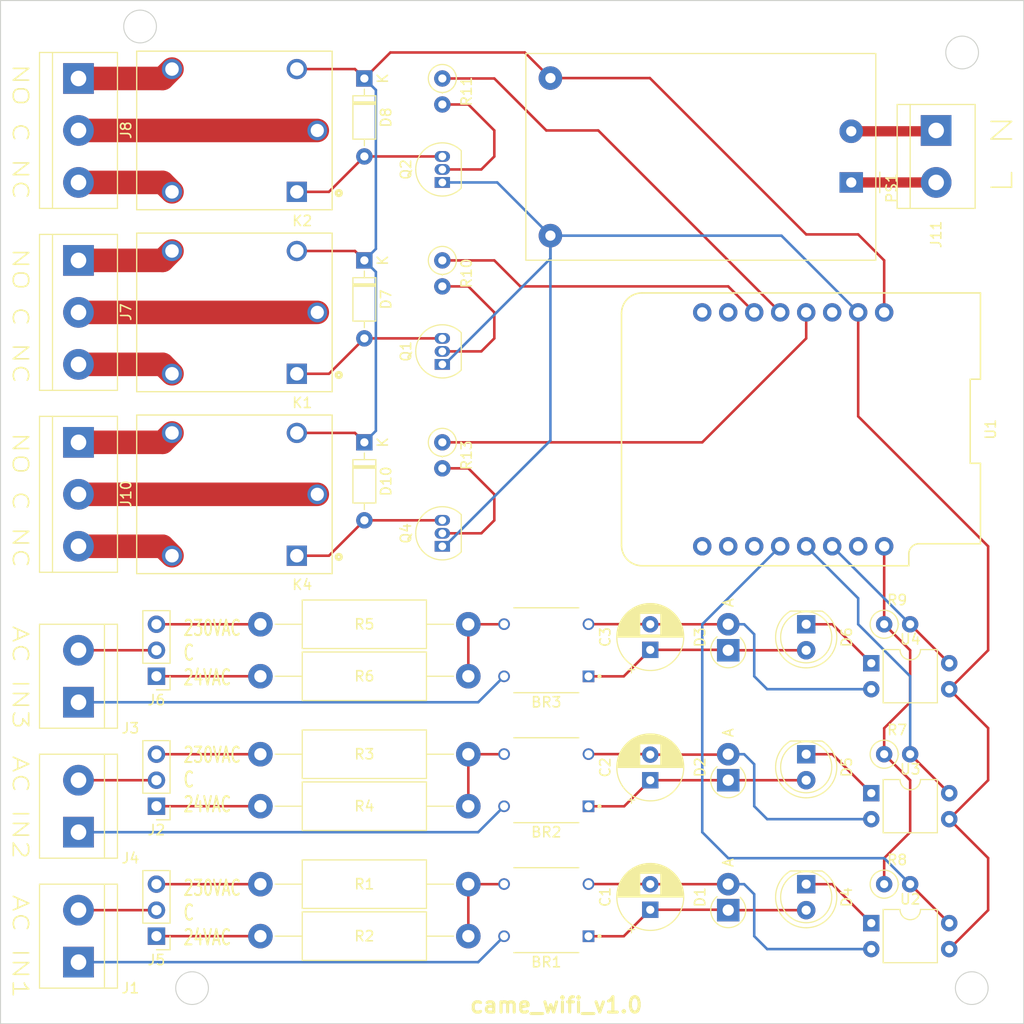
<source format=kicad_pcb>
(kicad_pcb (version 20221018) (generator pcbnew)
  (layers (0 "F.Cu" signal) (31 "B.Cu" signal) (34 "B.Paste" user) (35 "F.Paste" user) (36 "B.SilkS" user "B.Silkscreen") (37 "F.SilkS" user "F.Silkscreen") (38 "B.Mask" user) (39 "F.Mask" user) (44 "Edge.Cuts" user))
  (net 0 "")
  (net 1 "Net-(D1-K)")
  (net 2 "Net-(D1-A)")
  (net 3 "Net-(BR1-Pad3)")
  (net 4 "Net-(J1-Pin_1)")
  (net 5 "Net-(D2-K)")
  (net 6 "Net-(D2-A)")
  (net 7 "Net-(BR2-Pad3)")
  (net 8 "Net-(J4-Pin_1)")
  (net 9 "Net-(D3-K)")
  (net 10 "Net-(D3-A)")
  (net 11 "Net-(BR3-Pad3)")
  (net 12 "Net-(J3-Pin_1)")
  (net 13 "Net-(D4-K)")
  (net 14 "Net-(D6-K)")
  (net 15 "Net-(J1-Pin_2)")
  (net 16 "Net-(J2-Pin_1)")
  (net 17 "Net-(J2-Pin_2)")
  (net 18 "Net-(J2-Pin_3)")
  (net 19 "Net-(J3-Pin_2)")
  (net 20 "Net-(J5-Pin_1)")
  (net 21 "Net-(J5-Pin_3)")
  (net 22 "Net-(J6-Pin_1)")
  (net 23 "Net-(J6-Pin_3)")
  (net 24 "+3.3V")
  (net 25 "+5V")
  (net 26 "Net-(D7-A)")
  (net 27 "GND")
  (net 28 "Net-(D8-A)")
  (net 31 "D3")
  (net 32 "Net-(D10-A)")
  (net 33 "D2")
  (net 35 "D1")
  (net 40 "Net-(D5-K)")
  (net 41 "Net-(J11-Pin_2)")
  (net 42 "Net-(J11-Pin_1)")
  (net 43 "Net-(Q1-B)")
  (net 44 "Net-(Q2-B)")
  (net 45 "Net-(Q4-B)")
  (net 46 "R1")
  (net 47 "R2")
  (net 48 "R3")
  (net 49 "Net-(J7-Pin_1)")
  (net 50 "Net-(J7-Pin_2)")
  (net 51 "Net-(J7-Pin_3)")
  (net 52 "Net-(J8-Pin_1)")
  (net 53 "Net-(J8-Pin_2)")
  (net 54 "Net-(J8-Pin_3)")
  (net 55 "Net-(J10-Pin_1)")
  (net 56 "Net-(J10-Pin_2)")
  (net 57 "Net-(J10-Pin_3)")
  (footprint "Converter_ACDC:Converter_ACDC_HiLink_HLK-PMxx" (layer "F.Cu") (at 111.0825 45.72 180)
    (fp_text reference "PS1" (at -3.94 -0.55 90) (layer "F.SilkS"))
    (fp_text value "HLK-PM01")
    (pad "1" thru_hole rect (at 0 0 180) (size 2.3 2) (drill 1) (layers "*.Cu" "*.Mask") (net 41 "Net-(J11-Pin_2)"))
    (pad "2" thru_hole circle (at 0 5 180) (size 2.3 2.3) (drill 1) (layers "*.Cu" "*.Mask") (net 42 "Net-(J11-Pin_1)"))
    (pad "3" thru_hole circle (at 29.4 -5.2 180) (size 2.3 2.3) (drill 1) (layers "*.Cu" "*.Mask") (net 27 "GND"))
    (pad "4" thru_hole circle (at 29.4 10.2 180) (size 2.3 2.3) (drill 1) (layers "*.Cu" "*.Mask") (net 25 "+5V"))
  )
  (footprint "DB107:DIP825W50P509L880H320Q4" (layer "F.Cu") (at 81.28 116.84 180)
    (fp_text reference "BR1" (at 0 -5.08) (layer "F.SilkS"))
    (fp_text value "DB107")
    (pad "1" thru_hole rect (at -4.125 -2.55 180) (size 1.14 1.14) (drill 0.79) (layers "*.Cu" "*.Mask") (net 1 "Net-(D1-K)"))
    (pad "2" thru_hole circle (at -4.125 2.55 180) (size 1.14 1.14) (drill 0.79) (layers "*.Cu" "*.Mask") (net 2 "Net-(D1-A)"))
    (pad "3" thru_hole circle (at 4.125 2.55 180) (size 1.14 1.14) (drill 0.79) (layers "*.Cu" "*.Mask") (net 3 "Net-(BR1-Pad3)"))
    (pad "4" thru_hole circle (at 4.125 -2.55 180) (size 1.14 1.14) (drill 0.79) (layers "*.Cu" "*.Mask") (net 4 "Net-(J1-Pin_1)"))
  )
  (footprint "Resistor_THT:R_Axial_DIN0207_L6.3mm_D2.5mm_P2.54mm_Vertical" (layer "F.Cu") (at 71.12 53.34 -90)
    (fp_text reference "R10" (at 1.27 -2.37 90) (layer "F.SilkS"))
    (fp_text value "460")
    (pad "1" thru_hole circle (at 0 0 270) (size 1.6 1.6) (drill 0.8) (layers "*.Cu" "*.Mask") (net 46 "R1"))
    (pad "2" thru_hole oval (at 2.54 0 270) (size 1.6 1.6) (drill 0.8) (layers "*.Cu" "*.Mask") (net 43 "Net-(Q1-B)"))
  )
  (footprint "Resistor_THT:R_Axial_DIN0414_L11.9mm_D4.5mm_P20.32mm_Horizontal" (layer "F.Cu") (at 53.34 88.9)
    (fp_text reference "R5" (at 10.16 0) (layer "F.SilkS"))
    (fp_text value "150K")
    (pad "1" thru_hole circle (at 0 0) (size 2.4 2.4) (drill 1.2) (layers "*.Cu" "*.Mask") (net 23 "Net-(J6-Pin_3)"))
    (pad "2" thru_hole oval (at 20.32 0) (size 2.4 2.4) (drill 1.2) (layers "*.Cu" "*.Mask") (net 11 "Net-(BR3-Pad3)"))
  )
  (footprint "Diode_THT:D_DO-41_SOD81_P2.54mm_Vertical_AnodeUp" (layer "F.Cu") (at 99.06 91.44 90)
    (fp_text reference "D3" (at 1.27 -2.750635 90) (layer "F.SilkS"))
    (fp_text value "D_Zener")
    (fp_text user "A" (at 4.64 0 90) (layer "F.SilkS"))
    (pad "1" thru_hole rect (at 0 0 90) (size 2.2 2.2) (drill 1.1) (layers "*.Cu" "*.Mask") (net 9 "Net-(D3-K)"))
    (pad "2" thru_hole oval (at 2.54 0 90) (size 2.2 2.2) (drill 1.1) (layers "*.Cu" "*.Mask") (net 10 "Net-(D3-A)"))
  )
  (footprint "TerminalBlock:TerminalBlock_bornier-3_P5.08mm" (layer "F.Cu") (at 35.56 35.56 -90)
    (fp_text reference "J8" (at 5.05 -4.65 90) (layer "F.SilkS"))
    (fp_text value "Conn_01x03")
    (pad "1" thru_hole rect (at 0 0 270) (size 3 3) (drill 1.52) (layers "*.Cu" "*.Mask") (net 52 "Net-(J8-Pin_1)"))
    (pad "2" thru_hole circle (at 5.08 0 270) (size 3 3) (drill 1.52) (layers "*.Cu" "*.Mask") (net 53 "Net-(J8-Pin_2)"))
    (pad "3" thru_hole circle (at 10.16 0 270) (size 3 3) (drill 1.52) (layers "*.Cu" "*.Mask") (net 54 "Net-(J8-Pin_3)"))
  )
  (footprint "Resistor_THT:R_Axial_DIN0207_L6.3mm_D2.5mm_P2.54mm_Vertical" (layer "F.Cu") (at 114.3 88.9)
    (fp_text reference "R9" (at 1.27 -2.37) (layer "F.SilkS"))
    (fp_text value "4.7K")
    (pad "1" thru_hole circle (at 0 0) (size 1.6 1.6) (drill 0.8) (layers "*.Cu" "*.Mask") (net 24 "+3.3V"))
    (pad "2" thru_hole oval (at 2.54 0) (size 1.6 1.6) (drill 0.8) (layers "*.Cu" "*.Mask") (net 31 "D3"))
  )
  (footprint "Diode_THT:D_DO-41_SOD81_P2.54mm_Vertical_AnodeUp" (layer "F.Cu") (at 99.06 104.14 90)
    (fp_text reference "D2" (at 1.27 -2.750635 90) (layer "F.SilkS"))
    (fp_text value "D_Zener")
    (fp_text user "A" (at 4.64 0 90) (layer "F.SilkS"))
    (pad "1" thru_hole rect (at 0 0 90) (size 2.2 2.2) (drill 1.1) (layers "*.Cu" "*.Mask") (net 5 "Net-(D2-K)"))
    (pad "2" thru_hole oval (at 2.54 0 90) (size 2.2 2.2) (drill 1.1) (layers "*.Cu" "*.Mask") (net 6 "Net-(D2-A)"))
  )
  (footprint "DB107:DIP825W50P509L880H320Q4" (layer "F.Cu") (at 81.28 104.14 180)
    (fp_text reference "BR2" (at 0 -5.08) (layer "F.SilkS"))
    (fp_text value "DB107")
    (pad "1" thru_hole rect (at -4.125 -2.55 180) (size 1.14 1.14) (drill 0.79) (layers "*.Cu" "*.Mask") (net 5 "Net-(D2-K)"))
    (pad "2" thru_hole circle (at -4.125 2.55 180) (size 1.14 1.14) (drill 0.79) (layers "*.Cu" "*.Mask") (net 6 "Net-(D2-A)"))
    (pad "3" thru_hole circle (at 4.125 2.55 180) (size 1.14 1.14) (drill 0.79) (layers "*.Cu" "*.Mask") (net 7 "Net-(BR2-Pad3)"))
    (pad "4" thru_hole circle (at 4.125 -2.55 180) (size 1.14 1.14) (drill 0.79) (layers "*.Cu" "*.Mask") (net 8 "Net-(J4-Pin_1)"))
  )
  (footprint "Diode_THT:D_DO-41_SOD81_P2.54mm_Vertical_AnodeUp" (layer "F.Cu") (at 99.06 116.84 90)
    (fp_text reference "D1" (at 1.27 -2.750635 90) (layer "F.SilkS"))
    (fp_text value "D_Zener")
    (fp_text user "A" (at 4.64 0 90) (layer "F.SilkS"))
    (pad "1" thru_hole rect (at 0 0 90) (size 2.2 2.2) (drill 1.1) (layers "*.Cu" "*.Mask") (net 1 "Net-(D1-K)"))
    (pad "2" thru_hole oval (at 2.54 0 90) (size 2.2 2.2) (drill 1.1) (layers "*.Cu" "*.Mask") (net 2 "Net-(D1-A)"))
  )
  (footprint "SRD-05VDC-SL-C:RELAY_SRD-05VDC-SL-C" (layer "F.Cu") (at 50.8 76.2 180)
    (fp_text reference "K4" (at -6.62563 -8.83584) (layer "F.SilkS") (effects (font (size 1.000094 1.000094))))
    (fp_text value "SRD-05VDC-SL-C")
    (pad "A1" thru_hole rect (at -6.1 -6 180) (size 1.98 1.98) (drill 1.32) (layers "*.Cu" "*.Mask") (net 32 "Net-(D10-A)"))
    (pad "A2" thru_hole circle (at -6.1 6 180) (size 1.98 1.98) (drill 1.32) (layers "*.Cu" "*.Mask") (net 25 "+5V"))
    (pad "COM" thru_hole circle (at -8.1 0 180) (size 1.935 1.935) (drill 1.29) (layers "*.Cu" "*.Mask") (net 56 "Net-(J10-Pin_2)"))
    (pad "NC" thru_hole circle (at 6.1 -6 180) (size 1.98 1.98) (drill 1.32) (layers "*.Cu" "*.Mask") (net 57 "Net-(J10-Pin_3)"))
    (pad "NO" thru_hole circle (at 6.1 6 180) (size 1.98 1.98) (drill 1.32) (layers "*.Cu" "*.Mask") (net 55 "Net-(J10-Pin_1)"))
  )
  (footprint "Diode_THT:D_DO-35_SOD27_P7.62mm_Horizontal" (layer "F.Cu") (at 63.5 35.56 -90)
    (fp_text reference "D8" (at 3.81 -2.12 90) (layer "F.SilkS"))
    (fp_text value "1N4148")
    (fp_text user "K" (at 0 -1.8 90) (layer "F.SilkS"))
    (pad "1" thru_hole rect (at 0 0 270) (size 1.6 1.6) (drill 0.8) (layers "*.Cu" "*.Mask") (net 25 "+5V"))
    (pad "2" thru_hole oval (at 7.62 0 270) (size 1.6 1.6) (drill 0.8) (layers "*.Cu" "*.Mask") (net 28 "Net-(D8-A)"))
  )
  (footprint "Diode_THT:D_DO-35_SOD27_P7.62mm_Horizontal" (layer "F.Cu") (at 63.5 71.12 -90)
    (fp_text reference "D10" (at 3.81 -2.12 90) (layer "F.SilkS"))
    (fp_text value "1N4148")
    (fp_text user "K" (at 0 -1.8 90) (layer "F.SilkS"))
    (pad "1" thru_hole rect (at 0 0 270) (size 1.6 1.6) (drill 0.8) (layers "*.Cu" "*.Mask") (net 25 "+5V"))
    (pad "2" thru_hole oval (at 7.62 0 270) (size 1.6 1.6) (drill 0.8) (layers "*.Cu" "*.Mask") (net 32 "Net-(D10-A)"))
  )
  (footprint "Resistor_THT:R_Axial_DIN0414_L11.9mm_D4.5mm_P20.32mm_Horizontal" (layer "F.Cu") (at 53.34 93.98)
    (fp_text reference "R6" (at 10.16 0) (layer "F.SilkS"))
    (fp_text value "18K")
    (pad "1" thru_hole circle (at 0 0) (size 2.4 2.4) (drill 1.2) (layers "*.Cu" "*.Mask") (net 22 "Net-(J6-Pin_1)"))
    (pad "2" thru_hole oval (at 20.32 0) (size 2.4 2.4) (drill 1.2) (layers "*.Cu" "*.Mask") (net 11 "Net-(BR3-Pad3)"))
  )
  (footprint "Resistor_THT:R_Axial_DIN0207_L6.3mm_D2.5mm_P2.54mm_Vertical" (layer "F.Cu") (at 71.12 35.56 -90)
    (fp_text reference "R11" (at 1.27 -2.37 90) (layer "F.SilkS"))
    (fp_text value "460")
    (pad "1" thru_hole circle (at 0 0 270) (size 1.6 1.6) (drill 0.8) (layers "*.Cu" "*.Mask") (net 47 "R2"))
    (pad "2" thru_hole oval (at 2.54 0 270) (size 1.6 1.6) (drill 0.8) (layers "*.Cu" "*.Mask") (net 44 "Net-(Q2-B)"))
  )
  (footprint "TerminalBlock:TerminalBlock_bornier-3_P5.08mm" (layer "F.Cu") (at 35.56 71.12 -90)
    (fp_text reference "J10" (at 5.05 -4.65 90) (layer "F.SilkS"))
    (fp_text value "Conn_01x03")
    (pad "1" thru_hole rect (at 0 0 270) (size 3 3) (drill 1.52) (layers "*.Cu" "*.Mask") (net 55 "Net-(J10-Pin_1)"))
    (pad "2" thru_hole circle (at 5.08 0 270) (size 3 3) (drill 1.52) (layers "*.Cu" "*.Mask") (net 56 "Net-(J10-Pin_2)"))
    (pad "3" thru_hole circle (at 10.16 0 270) (size 3 3) (drill 1.52) (layers "*.Cu" "*.Mask") (net 57 "Net-(J10-Pin_3)"))
  )
  (footprint "Resistor_THT:R_Axial_DIN0414_L11.9mm_D4.5mm_P20.32mm_Horizontal" (layer "F.Cu") (at 53.34 114.3)
    (fp_text reference "R1" (at 10.16 0) (layer "F.SilkS"))
    (fp_text value "150K")
    (pad "1" thru_hole circle (at 0 0) (size 2.4 2.4) (drill 1.2) (layers "*.Cu" "*.Mask") (net 21 "Net-(J5-Pin_3)"))
    (pad "2" thru_hole oval (at 20.32 0) (size 2.4 2.4) (drill 1.2) (layers "*.Cu" "*.Mask") (net 3 "Net-(BR1-Pad3)"))
  )
  (footprint "Resistor_THT:R_Axial_DIN0414_L11.9mm_D4.5mm_P20.32mm_Horizontal" (layer "F.Cu") (at 53.34 106.68)
    (fp_text reference "R4" (at 10.16 0) (layer "F.SilkS"))
    (fp_text value "18K")
    (pad "1" thru_hole circle (at 0 0) (size 2.4 2.4) (drill 1.2) (layers "*.Cu" "*.Mask") (net 16 "Net-(J2-Pin_1)"))
    (pad "2" thru_hole oval (at 20.32 0) (size 2.4 2.4) (drill 1.2) (layers "*.Cu" "*.Mask") (net 7 "Net-(BR2-Pad3)"))
  )
  (footprint "Resistor_THT:R_Axial_DIN0414_L11.9mm_D4.5mm_P20.32mm_Horizontal" (layer "F.Cu") (at 53.34 101.6)
    (fp_text reference "R3" (at 10.16 0) (layer "F.SilkS"))
    (fp_text value "150K")
    (pad "1" thru_hole circle (at 0 0) (size 2.4 2.4) (drill 1.2) (layers "*.Cu" "*.Mask") (net 18 "Net-(J2-Pin_3)"))
    (pad "2" thru_hole oval (at 20.32 0) (size 2.4 2.4) (drill 1.2) (layers "*.Cu" "*.Mask") (net 7 "Net-(BR2-Pad3)"))
  )
  (footprint "TerminalBlock:TerminalBlock_bornier-2_P5.08mm" (layer "F.Cu") (at 35.56 109.22 90)
    (fp_text reference "J4" (at -2.54 5.08 180) (layer "F.SilkS"))
    (fp_text value "Conn_01x02")
    (pad "1" thru_hole rect (at 0 0 90) (size 3 3) (drill 1.52) (layers "*.Cu" "*.Mask") (net 8 "Net-(J4-Pin_1)"))
    (pad "2" thru_hole circle (at 5.08 0 90) (size 3 3) (drill 1.52) (layers "*.Cu" "*.Mask") (net 17 "Net-(J2-Pin_2)"))
  )
  (footprint "Resistor_THT:R_Axial_DIN0207_L6.3mm_D2.5mm_P2.54mm_Vertical" (layer "F.Cu") (at 114.3 101.6)
    (fp_text reference "R7" (at 1.27 -2.37) (layer "F.SilkS"))
    (fp_text value "4.7K")
    (pad "1" thru_hole circle (at 0 0) (size 1.6 1.6) (drill 0.8) (layers "*.Cu" "*.Mask") (net 24 "+3.3V"))
    (pad "2" thru_hole oval (at 2.54 0) (size 1.6 1.6) (drill 0.8) (layers "*.Cu" "*.Mask") (net 33 "D2"))
  )
  (footprint "Capacitor_THT:CP_Radial_D6.3mm_P2.50mm" (layer "F.Cu") (at 91.44 91.4 90)
    (fp_text reference "C3" (at 1.25 -4.4 90) (layer "F.SilkS"))
    (fp_text value "100 uf 25V")
    (pad "1" thru_hole rect (at 0 0 90) (size 1.6 1.6) (drill 0.8) (layers "*.Cu" "*.Mask") (net 9 "Net-(D3-K)"))
    (pad "2" thru_hole circle (at 2.5 0 90) (size 1.6 1.6) (drill 0.8) (layers "*.Cu" "*.Mask") (net 10 "Net-(D3-A)"))
  )
  (footprint "Package_TO_SOT_THT:TO-92_Inline" (layer "F.Cu") (at 71.12 63.5 90)
    (fp_text reference "Q1" (at 1.27 -3.56 90) (layer "F.SilkS"))
    (fp_text value "2N3904")
    (pad "1" thru_hole rect (at 0 0 90) (size 1.05 1.5) (drill 0.75) (layers "*.Cu" "*.Mask") (net 27 "GND"))
    (pad "2" thru_hole oval (at 1.27 0 90) (size 1.05 1.5) (drill 0.75) (layers "*.Cu" "*.Mask") (net 43 "Net-(Q1-B)"))
    (pad "3" thru_hole oval (at 2.54 0 90) (size 1.05 1.5) (drill 0.75) (layers "*.Cu" "*.Mask") (net 26 "Net-(D7-A)"))
  )
  (footprint "LED_THT:LED_D5.0mm" (layer "F.Cu") (at 106.68 114.3 -90)
    (fp_text reference "D4" (at 1.27 -3.96 90) (layer "F.SilkS"))
    (fp_text value "LED")
    (pad "1" thru_hole rect (at 0 0 270) (size 1.8 1.8) (drill 0.9) (layers "*.Cu" "*.Mask") (net 13 "Net-(D4-K)"))
    (pad "2" thru_hole circle (at 2.54 0 270) (size 1.8 1.8) (drill 0.9) (layers "*.Cu" "*.Mask") (net 1 "Net-(D1-K)"))
  )
  (footprint "Resistor_THT:R_Axial_DIN0207_L6.3mm_D2.5mm_P2.54mm_Vertical" (layer "F.Cu") (at 114.3 114.3)
    (fp_text reference "R8" (at 1.27 -2.37) (layer "F.SilkS"))
    (fp_text value "4.7K")
    (pad "1" thru_hole circle (at 0 0) (size 1.6 1.6) (drill 0.8) (layers "*.Cu" "*.Mask") (net 24 "+3.3V"))
    (pad "2" thru_hole oval (at 2.54 0) (size 1.6 1.6) (drill 0.8) (layers "*.Cu" "*.Mask") (net 35 "D1"))
  )
  (footprint "TerminalBlock:TerminalBlock_bornier-3_P5.08mm" (layer "F.Cu") (at 35.56 53.34 -90)
    (fp_text reference "J7" (at 5.05 -4.65 90) (layer "F.SilkS"))
    (fp_text value "Conn_01x03")
    (pad "1" thru_hole rect (at 0 0 270) (size 3 3) (drill 1.52) (layers "*.Cu" "*.Mask") (net 49 "Net-(J7-Pin_1)"))
    (pad "2" thru_hole circle (at 5.08 0 270) (size 3 3) (drill 1.52) (layers "*.Cu" "*.Mask") (net 50 "Net-(J7-Pin_2)"))
    (pad "3" thru_hole circle (at 10.16 0 270) (size 3 3) (drill 1.52) (layers "*.Cu" "*.Mask") (net 51 "Net-(J7-Pin_3)"))
  )
  (footprint "Package_DIP:DIP-4_W7.62mm" (layer "F.Cu") (at 113.04 92.705)
    (fp_text reference "U4" (at 3.81 -2.33) (layer "F.SilkS"))
    (fp_text value "PC817")
    (pad "1" thru_hole rect (at 0 0) (size 1.6 1.6) (drill 0.8) (layers "*.Cu" "*.Mask") (net 14 "Net-(D6-K)"))
    (pad "2" thru_hole oval (at 0 2.54) (size 1.6 1.6) (drill 0.8) (layers "*.Cu" "*.Mask") (net 10 "Net-(D3-A)"))
    (pad "3" thru_hole oval (at 7.62 2.54) (size 1.6 1.6) (drill 0.8) (layers "*.Cu" "*.Mask") (net 27 "GND"))
    (pad "4" thru_hole oval (at 7.62 0) (size 1.6 1.6) (drill 0.8) (layers "*.Cu" "*.Mask") (net 31 "D3"))
  )
  (footprint "SRD-05VDC-SL-C:RELAY_SRD-05VDC-SL-C" (layer "F.Cu") (at 50.8 40.64 180)
    (fp_text reference "K2" (at -6.62563 -8.83584) (layer "F.SilkS") (effects (font (size 1.000094 1.000094))))
    (fp_text value "SRD-05VDC-SL-C")
    (pad "A1" thru_hole rect (at -6.1 -6 180) (size 1.98 1.98) (drill 1.32) (layers "*.Cu" "*.Mask") (net 28 "Net-(D8-A)"))
    (pad "A2" thru_hole circle (at -6.1 6 180) (size 1.98 1.98) (drill 1.32) (layers "*.Cu" "*.Mask") (net 25 "+5V"))
    (pad "COM" thru_hole circle (at -8.1 0 180) (size 1.935 1.935) (drill 1.29) (layers "*.Cu" "*.Mask") (net 53 "Net-(J8-Pin_2)"))
    (pad "NC" thru_hole circle (at 6.1 -6 180) (size 1.98 1.98) (drill 1.32) (layers "*.Cu" "*.Mask") (net 54 "Net-(J8-Pin_3)"))
    (pad "NO" thru_hole circle (at 6.1 6 180) (size 1.98 1.98) (drill 1.32) (layers "*.Cu" "*.Mask") (net 52 "Net-(J8-Pin_1)"))
  )
  (footprint "LED_THT:LED_D5.0mm" (layer "F.Cu") (at 106.68 101.6 -90)
    (fp_text reference "D5" (at 1.27 -3.96 90) (layer "F.SilkS"))
    (fp_text value "LED")
    (pad "1" thru_hole rect (at 0 0 270) (size 1.8 1.8) (drill 0.9) (layers "*.Cu" "*.Mask") (net 40 "Net-(D5-K)"))
    (pad "2" thru_hole circle (at 2.54 0 270) (size 1.8 1.8) (drill 0.9) (layers "*.Cu" "*.Mask") (net 5 "Net-(D2-K)"))
  )
  (footprint "Capacitor_THT:CP_Radial_D6.3mm_P2.50mm" (layer "F.Cu") (at 91.44 104.14 90)
    (fp_text reference "C2" (at 1.25 -4.4 90) (layer "F.SilkS"))
    (fp_text value "100uf 25V")
    (pad "1" thru_hole rect (at 0 0 90) (size 1.6 1.6) (drill 0.8) (layers "*.Cu" "*.Mask") (net 5 "Net-(D2-K)"))
    (pad "2" thru_hole circle (at 2.5 0 90) (size 1.6 1.6) (drill 0.8) (layers "*.Cu" "*.Mask") (net 6 "Net-(D2-A)"))
  )
  (footprint "Resistor_THT:R_Axial_DIN0207_L6.3mm_D2.5mm_P2.54mm_Vertical" (layer "F.Cu") (at 71.12 71.12 -90)
    (fp_text reference "R13" (at 1.27 -2.37 90) (layer "F.SilkS"))
    (fp_text value "460")
    (pad "1" thru_hole circle (at 0 0 270) (size 1.6 1.6) (drill 0.8) (layers "*.Cu" "*.Mask") (net 48 "R3"))
    (pad "2" thru_hole oval (at 2.54 0 270) (size 1.6 1.6) (drill 0.8) (layers "*.Cu" "*.Mask") (net 45 "Net-(Q4-B)"))
  )
  (footprint "Capacitor_THT:CP_Radial_D6.3mm_P2.50mm" (layer "F.Cu") (at 91.44 116.8 90)
    (fp_text reference "C1" (at 1.25 -4.4 90) (layer "F.SilkS"))
    (fp_text value "100uf 25V")
    (pad "1" thru_hole rect (at 0 0 90) (size 1.6 1.6) (drill 0.8) (layers "*.Cu" "*.Mask") (net 1 "Net-(D1-K)"))
    (pad "2" thru_hole circle (at 2.5 0 90) (size 1.6 1.6) (drill 0.8) (layers "*.Cu" "*.Mask") (net 2 "Net-(D1-A)"))
  )
  (footprint "Package_DIP:DIP-4_W7.62mm" (layer "F.Cu") (at 113.04 105.405)
    (fp_text reference "U3" (at 3.81 -2.33) (layer "F.SilkS"))
    (fp_text value "PC817")
    (pad "1" thru_hole rect (at 0 0) (size 1.6 1.6) (drill 0.8) (layers "*.Cu" "*.Mask") (net 40 "Net-(D5-K)"))
    (pad "2" thru_hole oval (at 0 2.54) (size 1.6 1.6) (drill 0.8) (layers "*.Cu" "*.Mask") (net 6 "Net-(D2-A)"))
    (pad "3" thru_hole oval (at 7.62 2.54) (size 1.6 1.6) (drill 0.8) (layers "*.Cu" "*.Mask") (net 27 "GND"))
    (pad "4" thru_hole oval (at 7.62 0) (size 1.6 1.6) (drill 0.8) (layers "*.Cu" "*.Mask") (net 33 "D2"))
  )
  (footprint "D1_MINI:wemos-d1-mini-connectors-only" (layer "F.Cu") (at 105.41 69.85 180)
    (fp_text reference "U1" (at -19.3 0 90) (layer "F.SilkS"))
    (fp_text value "WeMos_D1_mini")
    (pad "1" thru_hole circle (at 8.89 -11.43 180) (size 1.8 1.8) (drill 1.016) (layers "*.Cu" "*.Mask"))
    (pad "2" thru_hole circle (at 6.35 -11.43 180) (size 1.8 1.8) (drill 1.016) (layers "*.Cu" "*.Mask"))
    (pad "3" thru_hole circle (at 3.81 -11.43 180) (size 1.8 1.8) (drill 1.016) (layers "*.Cu" "*.Mask"))
    (pad "4" thru_hole circle (at 1.27 -11.43 180) (size 1.8 1.8) (drill 1.016) (layers "*.Cu" "*.Mask") (net 35 "D1"))
    (pad "5" thru_hole circle (at -1.27 -11.43 180) (size 1.8 1.8) (drill 1.016) (layers "*.Cu" "*.Mask") (net 33 "D2"))
    (pad "6" thru_hole circle (at -3.81 -11.43 180) (size 1.8 1.8) (drill 1.016) (layers "*.Cu" "*.Mask") (net 31 "D3"))
    (pad "7" thru_hole circle (at -6.35 -11.43 180) (size 1.8 1.8) (drill 1.016) (layers "*.Cu" "*.Mask"))
    (pad "8" thru_hole circle (at -8.89 -11.43 180) (size 1.8 1.8) (drill 1.016) (layers "*.Cu" "*.Mask") (net 24 "+3.3V"))
    (pad "9" thru_hole circle (at -8.89 11.43 180) (size 1.8 1.8) (drill 1.016) (layers "*.Cu" "*.Mask") (net 25 "+5V"))
    (pad "10" thru_hole circle (at -6.35 11.43 180) (size 1.8 1.8) (drill 1.016) (layers "*.Cu" "*.Mask") (net 27 "GND"))
    (pad "11" thru_hole circle (at -3.81 11.43 180) (size 1.8 1.8) (drill 1.016) (layers "*.Cu" "*.Mask"))
    (pad "12" thru_hole circle (at -1.27 11.43 180) (size 1.8 1.8) (drill 1.016) (layers "*.Cu" "*.Mask") (net 48 "R3"))
    (pad "13" thru_hole circle (at 1.27 11.43 180) (size 1.8 1.8) (drill 1.016) (layers "*.Cu" "*.Mask") (net 47 "R2"))
    (pad "14" thru_hole circle (at 3.81 11.43 180) (size 1.8 1.8) (drill 1.016) (layers "*.Cu" "*.Mask") (net 46 "R1"))
    (pad "15" thru_hole circle (at 6.35 11.43 180) (size 1.8 1.8) (drill 1.016) (layers "*.Cu" "*.Mask"))
    (pad "16" thru_hole circle (at 8.89 11.43 180) (size 1.8 1.8) (drill 1.016) (layers "*.Cu" "*.Mask"))
  )
  (footprint "TerminalBlock:TerminalBlock_bornier-2_P5.08mm" (layer "F.Cu") (at 35.56 96.52 90)
    (fp_text reference "J3" (at -2.54 5.08 180) (layer "F.SilkS"))
    (fp_text value "Conn_01x02")
    (pad "1" thru_hole rect (at 0 0 90) (size 3 3) (drill 1.52) (layers "*.Cu" "*.Mask") (net 12 "Net-(J3-Pin_1)"))
    (pad "2" thru_hole circle (at 5.08 0 90) (size 3 3) (drill 1.52) (layers "*.Cu" "*.Mask") (net 19 "Net-(J3-Pin_2)"))
  )
  (footprint "SRD-05VDC-SL-C:RELAY_SRD-05VDC-SL-C" (layer "F.Cu") (at 50.8 58.42 180)
    (fp_text reference "K1" (at -6.62563 -8.83584) (layer "F.SilkS") (effects (font (size 1.000094 1.000094))))
    (fp_text value "SRD-05VDC-SL-C")
    (pad "A1" thru_hole rect (at -6.1 -6 180) (size 1.98 1.98) (drill 1.32) (layers "*.Cu" "*.Mask") (net 26 "Net-(D7-A)"))
    (pad "A2" thru_hole circle (at -6.1 6 180) (size 1.98 1.98) (drill 1.32) (layers "*.Cu" "*.Mask") (net 25 "+5V"))
    (pad "COM" thru_hole circle (at -8.1 0 180) (size 1.935 1.935) (drill 1.29) (layers "*.Cu" "*.Mask") (net 50 "Net-(J7-Pin_2)"))
    (pad "NC" thru_hole circle (at 6.1 -6 180) (size 1.98 1.98) (drill 1.32) (layers "*.Cu" "*.Mask") (net 51 "Net-(J7-Pin_3)"))
    (pad "NO" thru_hole circle (at 6.1 6 180) (size 1.98 1.98) (drill 1.32) (layers "*.Cu" "*.Mask") (net 49 "Net-(J7-Pin_1)"))
  )
  (footprint "Package_TO_SOT_THT:TO-92_Inline" (layer "F.Cu") (at 71.12 81.28 90)
    (fp_text reference "Q4" (at 1.27 -3.56 90) (layer "F.SilkS"))
    (fp_text value "2N3904")
    (pad "1" thru_hole rect (at 0 0 90) (size 1.05 1.5) (drill 0.75) (layers "*.Cu" "*.Mask") (net 27 "GND"))
    (pad "2" thru_hole oval (at 1.27 0 90) (size 1.05 1.5) (drill 0.75) (layers "*.Cu" "*.Mask") (net 45 "Net-(Q4-B)"))
    (pad "3" thru_hole oval (at 2.54 0 90) (size 1.05 1.5) (drill 0.75) (layers "*.Cu" "*.Mask") (net 32 "Net-(D10-A)"))
  )
  (footprint "LED_THT:LED_D5.0mm" (layer "F.Cu") (at 106.68 88.9 -90)
    (fp_text reference "D6" (at 1.27 -3.96 90) (layer "F.SilkS"))
    (fp_text value "LED")
    (pad "1" thru_hole rect (at 0 0 270) (size 1.8 1.8) (drill 0.9) (layers "*.Cu" "*.Mask") (net 14 "Net-(D6-K)"))
    (pad "2" thru_hole circle (at 2.54 0 270) (size 1.8 1.8) (drill 0.9) (layers "*.Cu" "*.Mask") (net 9 "Net-(D3-K)"))
  )
  (footprint "Connector_PinHeader_2.54mm:PinHeader_1x03_P2.54mm_Vertical" (layer "F.Cu") (at 43.18 119.38 180)
    (fp_text reference "J5" (at 0 -2.33) (layer "F.SilkS"))
    (fp_text value "Conn_01x03")
    (pad "1" thru_hole rect (at 0 0 180) (size 1.7 1.7) (drill 1) (layers "*.Cu" "*.Mask") (net 20 "Net-(J5-Pin_1)"))
    (pad "2" thru_hole oval (at 0 2.54 180) (size 1.7 1.7) (drill 1) (layers "*.Cu" "*.Mask") (net 15 "Net-(J1-Pin_2)"))
    (pad "3" thru_hole oval (at 0 5.08 180) (size 1.7 1.7) (drill 1) (layers "*.Cu" "*.Mask") (net 21 "Net-(J5-Pin_3)"))
  )
  (footprint "Resistor_THT:R_Axial_DIN0414_L11.9mm_D4.5mm_P20.32mm_Horizontal" (layer "F.Cu") (at 53.34 119.38)
    (fp_text reference "R2" (at 10.16 0) (layer "F.SilkS"))
    (fp_text value "18K")
    (pad "1" thru_hole circle (at 0 0) (size 2.4 2.4) (drill 1.2) (layers "*.Cu" "*.Mask") (net 20 "Net-(J5-Pin_1)"))
    (pad "2" thru_hole oval (at 20.32 0) (size 2.4 2.4) (drill 1.2) (layers "*.Cu" "*.Mask") (net 3 "Net-(BR1-Pad3)"))
  )
  (footprint "TerminalBlock:TerminalBlock_bornier-2_P5.08mm" (layer "F.Cu") (at 35.56 121.92 90)
    (fp_text reference "J1" (at -2.54 5.08 180) (layer "F.SilkS"))
    (fp_text value "Conn_01x02")
    (pad "1" thru_hole rect (at 0 0 90) (size 3 3) (drill 1.52) (layers "*.Cu" "*.Mask") (net 4 "Net-(J1-Pin_1)"))
    (pad "2" thru_hole circle (at 5.08 0 90) (size 3 3) (drill 1.52) (layers "*.Cu" "*.Mask") (net 15 "Net-(J1-Pin_2)"))
  )
  (footprint "Diode_THT:D_DO-35_SOD27_P7.62mm_Horizontal" (layer "F.Cu") (at 63.5 53.34 -90)
    (fp_text reference "D7" (at 3.81 -2.12 90) (layer "F.SilkS"))
    (fp_text value "1N4148")
    (fp_text user "K" (at 0 -1.8 90) (layer "F.SilkS"))
    (pad "1" thru_hole rect (at 0 0 270) (size 1.6 1.6) (drill 0.8) (layers "*.Cu" "*.Mask") (net 25 "+5V"))
    (pad "2" thru_hole oval (at 7.62 0 270) (size 1.6 1.6) (drill 0.8) (layers "*.Cu" "*.Mask") (net 26 "Net-(D7-A)"))
  )
  (footprint "Connector_PinHeader_2.54mm:PinHeader_1x03_P2.54mm_Vertical" (layer "F.Cu") (at 43.18 93.98 180)
    (fp_text reference "J6" (at 0 -2.33) (layer "F.SilkS"))
    (fp_text value "Conn_01x03")
    (pad "1" thru_hole rect (at 0 0 180) (size 1.7 1.7) (drill 1) (layers "*.Cu" "*.Mask") (net 22 "Net-(J6-Pin_1)"))
    (pad "2" thru_hole oval (at 0 2.54 180) (size 1.7 1.7) (drill 1) (layers "*.Cu" "*.Mask") (net 19 "Net-(J3-Pin_2)"))
    (pad "3" thru_hole oval (at 0 5.08 180) (size 1.7 1.7) (drill 1) (layers "*.Cu" "*.Mask") (net 23 "Net-(J6-Pin_3)"))
  )
  (footprint "Connector_PinHeader_2.54mm:PinHeader_1x03_P2.54mm_Vertical" (layer "F.Cu") (at 43.18 106.68 180)
    (fp_text reference "J2" (at 0 -2.33) (layer "F.SilkS"))
    (fp_text value "Conn_01x03")
    (pad "1" thru_hole rect (at 0 0 180) (size 1.7 1.7) (drill 1) (layers "*.Cu" "*.Mask") (net 16 "Net-(J2-Pin_1)"))
    (pad "2" thru_hole oval (at 0 2.54 180) (size 1.7 1.7) (drill 1) (layers "*.Cu" "*.Mask") (net 17 "Net-(J2-Pin_2)"))
    (pad "3" thru_hole oval (at 0 5.08 180) (size 1.7 1.7) (drill 1) (layers "*.Cu" "*.Mask") (net 18 "Net-(J2-Pin_3)"))
  )
  (footprint "Package_DIP:DIP-4_W7.62mm" (layer "F.Cu") (at 113.04 118.105)
    (fp_text reference "U2" (at 3.81 -2.33) (layer "F.SilkS"))
    (fp_text value "PC817")
    (pad "1" thru_hole rect (at 0 0) (size 1.6 1.6) (drill 0.8) (layers "*.Cu" "*.Mask") (net 13 "Net-(D4-K)"))
    (pad "2" thru_hole oval (at 0 2.54) (size 1.6 1.6) (drill 0.8) (layers "*.Cu" "*.Mask") (net 2 "Net-(D1-A)"))
    (pad "3" thru_hole oval (at 7.62 2.54) (size 1.6 1.6) (drill 0.8) (layers "*.Cu" "*.Mask") (net 27 "GND"))
    (pad "4" thru_hole oval (at 7.62 0) (size 1.6 1.6) (drill 0.8) (layers "*.Cu" "*.Mask") (net 35 "D1"))
  )
  (footprint "TerminalBlock:TerminalBlock_bornier-2_P5.08mm" (layer "F.Cu") (at 119.38 40.64 -90)
    (fp_text reference "J11" (at 10.16 0 90) (layer "F.SilkS"))
    (fp_text value "Conn_01x02")
    (pad "1" thru_hole rect (at 0 0 270) (size 3 3) (drill 1.52) (layers "*.Cu" "*.Mask") (net 42 "Net-(J11-Pin_1)"))
    (pad "2" thru_hole circle (at 5.08 0 270) (size 3 3) (drill 1.52) (layers "*.Cu" "*.Mask") (net 41 "Net-(J11-Pin_2)"))
  )
  (footprint "Package_TO_SOT_THT:TO-92_Inline" (layer "F.Cu") (at 71.12 45.72 90)
    (fp_text reference "Q2" (at 1.27 -3.56 90) (layer "F.SilkS"))
    (fp_text value "2N3904")
    (pad "1" thru_hole rect (at 0 0 90) (size 1.05 1.5) (drill 0.75) (layers "*.Cu" "*.Mask") (net 27 "GND"))
    (pad "2" thru_hole oval (at 1.27 0 90) (size 1.05 1.5) (drill 0.75) (layers "*.Cu" "*.Mask") (net 44 "Net-(Q2-B)"))
    (pad "3" thru_hole oval (at 2.54 0 90) (size 1.05 1.5) (drill 0.75) (layers "*.Cu" "*.Mask") (net 28 "Net-(D8-A)"))
  )
  (footprint "DB107:DIP825W50P509L880H320Q4" (layer "F.Cu") (at 81.28 91.44 180)
    (fp_text reference "BR3" (at 0 -5.08) (layer "F.SilkS"))
    (fp_text value "DB107")
    (pad "1" thru_hole rect (at -4.125 -2.55 180) (size 1.14 1.14) (drill 0.79) (layers "*.Cu" "*.Mask") (net 9 "Net-(D3-K)"))
    (pad "2" thru_hole circle (at -4.125 2.55 180) (size 1.14 1.14) (drill 0.79) (layers "*.Cu" "*.Mask") (net 10 "Net-(D3-A)"))
    (pad "3" thru_hole circle (at 4.125 2.55 180) (size 1.14 1.14) (drill 0.79) (layers "*.Cu" "*.Mask") (net 11 "Net-(BR3-Pad3)"))
    (pad "4" thru_hole circle (at 4.125 -2.55 180) (size 1.14 1.14) (drill 0.79) (layers "*.Cu" "*.Mask") (net 12 "Net-(J3-Pin_1)"))
  )
  (gr_circle (center 46.66 124.46) (end 48.26 124.46) (stroke (width 0.1)) (fill none) (layer "Edge.Cuts"))
  (gr_circle (center 41.58 30.48) (end 43.18 30.48) (stroke (width 0.1)) (fill none) (layer "Edge.Cuts"))
  (gr_circle (center 122.86 124.46) (end 124.46 124.46) (stroke (width 0.1)) (fill none) (layer "Edge.Cuts"))
  (gr_circle (center 121.92 33.02) (end 123.52 33.02) (stroke (width 0.1)) (fill none) (layer "Edge.Cuts"))
  (gr_rect (start 27.94 27.94) (end 127.94 127.94) (stroke (width 0.1)) (fill none) (layer "Edge.Cuts"))
  (gr_text "NO C NC\n" (at 29 52 270) (layer "F.SilkS") (effects (font (size 1.5 2)) (justify left bottom)))
  (gr_text "AC IN2\n" (at 29 101.6 270) (layer "F.SilkS") (effects (font (size 1.5 2)) (justify left bottom)))
  (gr_text "NO C NC\n" (at 29 70 270) (layer "F.SilkS") (effects (font (size 1.5 2)) (justify left bottom)))
  (gr_text "came_wifi_v1.0" (at 73.66 127) (layer "F.SilkS") (effects (font (size 1.5 1.5) (thickness 0.3) bold) (justify left bottom)))
  (gr_text "AC IN1\n" (at 29 115.2 270) (layer "F.SilkS") (effects (font (size 1.5 2)) (justify left bottom)))
  (gr_text "AC IN3\n" (at 29 88.9 270) (layer "F.SilkS") (effects (font (size 1.5 2)) (justify left bottom)))
  (gr_text "230VAC\nC\n24VAC" (at 45.72 120.38) (layer "F.SilkS") (effects (font (size 1.5 1) (thickness 0.1875)) (justify left bottom)))
  (gr_text "NO C NC\n" (at 29 34 270) (layer "F.SilkS") (effects (font (size 1.5 2)) (justify left bottom)))
  (gr_text "230VAC\nC\n24VAC" (at 45.72 107.38) (layer "F.SilkS") (effects (font (size 1.5 1) (thickness 0.1875)) (justify left bottom)))
  (gr_text "L N" (at 127 47 90) (layer "F.SilkS") (effects (font (size 2 3)) (justify left bottom)))
  (gr_text "230VAC\nC\n24VAC" (at 45.72 94.98) (layer "F.SilkS") (effects (font (size 1.5 1) (thickness 0.1875)) (justify left bottom)))
  (segment (start 99.06 116.84) (end 106.68 116.84) (width 0.25) (layer "F.Cu") (net 1))
  (segment (start 91.44 116.8) (end 99.02 116.8) (width 0.25) (layer "F.Cu") (net 1))
  (segment (start 99.02 116.8) (end 99.06 116.84) (width 0.25) (layer "F.Cu") (net 1))
  (segment (start 85.405 119.39) (end 88.85 119.39) (width 0.25) (layer "F.Cu") (net 1))
  (segment (start 88.85 119.39) (end 91.44 116.8) (width 0.25) (layer "F.Cu") (net 1))
  (segment (start 85.405 114.29) (end 91.43 114.29) (width 0.25) (layer "F.Cu") (net 2))
  (segment (start 91.44 114.3) (end 99.06 114.3) (width 0.25) (layer "F.Cu") (net 2))
  (segment (start 91.43 114.29) (end 91.44 114.3) (width 0.25) (layer "F.Cu") (net 2))
  (segment (start 101.6 115.284366) (end 101.6 119.38) (width 0.25) (layer "B.Cu") (net 2))
  (segment (start 101.6 119.38) (end 102.865 120.645) (width 0.25) (layer "B.Cu") (net 2))
  (segment (start 99.06 114.3) (end 100.615634 114.3) (width 0.25) (layer "B.Cu") (net 2))
  (segment (start 102.865 120.645) (end 113.04 120.645) (width 0.25) (layer "B.Cu") (net 2))
  (segment (start 100.615634 114.3) (end 101.6 115.284366) (width 0.25) (layer "B.Cu") (net 2))
  (segment (start 77.145 114.3) (end 77.155 114.29) (width 0.25) (layer "F.Cu") (net 3))
  (segment (start 73.66 114.3) (end 73.66 119.38) (width 0.25) (layer "F.Cu") (net 3))
  (segment (start 73.66 114.3) (end 77.145 114.3) (width 0.25) (layer "F.Cu") (net 3))
  (segment (start 35.56 121.92) (end 74.625 121.92) (width 0.25) (layer "B.Cu") (net 4))
  (segment (start 74.625 121.92) (end 77.155 119.39) (width 0.25) (layer "B.Cu") (net 4))
  (segment (start 85.405 106.69) (end 88.89 106.69) (width 0.25) (layer "F.Cu") (net 5))
  (segment (start 99.06 104.14) (end 106.68 104.14) (width 0.25) (layer "F.Cu") (net 5))
  (segment (start 88.89 106.69) (end 91.44 104.14) (width 0.25) (layer "F.Cu") (net 5))
  (segment (start 91.44 104.14) (end 99.06 104.14) (width 0.25) (layer "F.Cu") (net 5))
  (segment (start 91.44 101.64) (end 99.02 101.64) (width 0.25) (layer "F.Cu") (net 6))
  (segment (start 91.39 101.59) (end 91.44 101.64) (width 0.25) (layer "F.Cu") (net 6))
  (segment (start 85.405 101.59) (end 91.39 101.59) (width 0.25) (layer "F.Cu") (net 6))
  (segment (start 99.02 101.64) (end 99.06 101.6) (width 0.25) (layer "F.Cu") (net 6))
  (segment (start 100.615634 101.6) (end 101.6 102.584366) (width 0.25) (layer "B.Cu") (net 6))
  (segment (start 99.06 101.6) (end 100.615634 101.6) (width 0.25) (layer "B.Cu") (net 6))
  (segment (start 101.6 102.584366) (end 101.6 106.68) (width 0.25) (layer "B.Cu") (net 6))
  (segment (start 102.865 107.945) (end 113.04 107.945) (width 0.25) (layer "B.Cu") (net 6))
  (segment (start 101.6 106.68) (end 102.865 107.945) (width 0.25) (layer "B.Cu") (net 6))
  (segment (start 73.66 101.6) (end 77.145 101.6) (width 0.25) (layer "F.Cu") (net 7))
  (segment (start 73.66 101.6) (end 73.66 106.68) (width 0.25) (layer "F.Cu") (net 7))
  (segment (start 77.145 101.6) (end 77.155 101.59) (width 0.25) (layer "F.Cu") (net 7))
  (segment (start 35.56 109.22) (end 74.625 109.22) (width 0.25) (layer "B.Cu") (net 8))
  (segment (start 74.625 109.22) (end 77.155 106.69) (width 0.25) (layer "B.Cu") (net 8))
  (segment (start 85.405 93.99) (end 88.85 93.99) (width 0.25) (layer "F.Cu") (net 9))
  (segment (start 88.85 93.99) (end 91.44 91.4) (width 0.25) (layer "F.Cu") (net 9))
  (segment (start 91.44 91.4) (end 99.02 91.4) (width 0.25) (layer "F.Cu") (net 9))
  (segment (start 99.06 91.44) (end 106.68 91.44) (width 0.25) (layer "F.Cu") (net 9))
  (segment (start 99.02 91.4) (end 99.06 91.44) (width 0.25) (layer "F.Cu") (net 9))
  (segment (start 85.405 88.89) (end 91.43 88.89) (width 0.25) (layer "F.Cu") (net 10))
  (segment (start 91.43 88.89) (end 91.44 88.9) (width 0.25) (layer "F.Cu") (net 10))
  (segment (start 91.44 88.9) (end 99.06 88.9) (width 0.25) (layer "F.Cu") (net 10))
  (segment (start 101.6 93.98) (end 102.865 95.245) (width 0.25) (layer "B.Cu") (net 10))
  (segment (start 102.865 95.245) (end 113.04 95.245) (width 0.25) (layer "B.Cu") (net 10))
  (segment (start 100.615634 88.9) (end 101.6 89.884366) (width 0.25) (layer "B.Cu") (net 10))
  (segment (start 101.6 89.884366) (end 101.6 93.98) (width 0.25) (layer "B.Cu") (net 10))
  (segment (start 99.06 88.9) (end 100.615634 88.9) (width 0.25) (layer "B.Cu") (net 10))
  (segment (start 77.145 88.9) (end 77.155 88.89) (width 0.25) (layer "F.Cu") (net 11))
  (segment (start 73.66 88.9) (end 77.145 88.9) (width 0.25) (layer "F.Cu") (net 11))
  (segment (start 73.66 93.98) (end 73.66 88.9) (width 0.25) (layer "F.Cu") (net 11))
  (segment (start 35.56 96.52) (end 74.625 96.52) (width 0.25) (layer "B.Cu") (net 12))
  (segment (start 74.625 96.52) (end 77.155 93.99) (width 0.25) (layer "B.Cu") (net 12))
  (segment (start 113.025 118.105) (end 113.04 118.105) (width 0.25) (layer "F.Cu") (net 13))
  (segment (start 109.22 114.3) (end 113.025 118.105) (width 0.25) (layer "F.Cu") (net 13))
  (segment (start 106.68 114.3) (end 109.22 114.3) (width 0.25) (layer "F.Cu") (net 13))
  (segment (start 109.235 88.9) (end 113.04 92.705) (width 0.25) (layer "F.Cu") (net 14))
  (segment (start 106.68 88.9) (end 109.235 88.9) (width 0.25) (layer "F.Cu") (net 14))
  (segment (start 35.56 116.84) (end 43.18 116.84) (width 0.25) (layer "F.Cu") (net 15))
  (segment (start 43.18 106.68) (end 53.34 106.68) (width 0.25) (layer "F.Cu") (net 16))
  (segment (start 43.18 104.14) (end 35.56 104.14) (width 0.25) (layer "F.Cu") (net 17))
  (segment (start 43.18 101.6) (end 53.34 101.6) (width 0.25) (layer "F.Cu") (net 18))
  (segment (start 35.56 91.44) (end 43.18 91.44) (width 0.25) (layer "F.Cu") (net 19))
  (segment (start 43.18 119.38) (end 53.34 119.38) (width 0.25) (layer "F.Cu") (net 20))
  (segment (start 43.18 114.3) (end 53.34 114.3) (width 0.25) (layer "F.Cu") (net 21))
  (segment (start 43.18 93.98) (end 53.34 93.98) (width 0.25) (layer "F.Cu") (net 22))
  (segment (start 43.18 88.9) (end 53.34 88.9) (width 0.25) (layer "F.Cu") (net 23))
  (segment (start 114.3 88.9) (end 116.84 91.44) (width 0.25) (layer "F.Cu") (net 24))
  (segment (start 116.84 96.52) (end 114.3 99.06) (width 0.25) (layer "F.Cu") (net 24))
  (segment (start 114.3 111.76) (end 114.3 114.3) (width 0.25) (layer "F.Cu") (net 24))
  (segment (start 114.3 99.06) (end 114.3 101.6) (width 0.25) (layer "F.Cu") (net 24))
  (segment (start 116.84 104.14) (end 116.84 109.22) (width 0.25) (layer "F.Cu") (net 24))
  (segment (start 116.84 91.44) (end 116.84 96.52) (width 0.25) (layer "F.Cu") (net 24))
  (segment (start 114.3 81.28) (end 114.3 88.9) (width 0.25) (layer "F.Cu") (net 24))
  (segment (start 114.3 101.6) (end 116.84 104.14) (width 0.25) (layer "F.Cu") (net 24))
  (segment (start 116.84 109.22) (end 114.3 111.76) (width 0.25) (layer "F.Cu") (net 24))
  (segment (start 56.9 52.42) (end 62.58 52.42) (width 0.25) (layer "F.Cu") (net 25))
  (segment (start 56.9 34.64) (end 62.58 34.64) (width 0.25) (layer "F.Cu") (net 25))
  (segment (start 91.4 35.52) (end 106.68 50.8) (width 0.25) (layer "F.Cu") (net 25))
  (segment (start 81.6825 35.52) (end 91.4 35.52) (width 0.25) (layer "F.Cu") (net 25))
  (segment (start 66.04 33.02) (end 79.1825 33.02) (width 0.25) (layer "F.Cu") (net 25))
  (segment (start 56.9 70.2) (end 62.58 70.2) (width 0.25) (layer "F.Cu") (net 25))
  (segment (start 62.58 34.64) (end 63.5 35.56) (width 0.25) (layer "F.Cu") (net 25))
  (segment (start 63.5 35.56) (end 66.04 33.02) (width 0.25) (layer "F.Cu") (net 25))
  (segment (start 62.58 70.2) (end 63.5 71.12) (width 0.25) (layer "F.Cu") (net 25))
  (segment (start 106.68 50.8) (end 111.76 50.8) (width 0.25) (layer "F.Cu") (net 25))
  (segment (start 114.3 53.34) (end 114.3 58.42) (width 0.25) (layer "F.Cu") (net 25))
  (segment (start 111.76 50.8) (end 114.3 53.34) (width 0.25) (layer "F.Cu") (net 25))
  (segment (start 79.1825 33.02) (end 81.6825 35.52) (width 0.25) (layer "F.Cu") (net 25))
  (segment (start 62.58 52.42) (end 63.5 53.34) (width 0.25) (layer "F.Cu") (net 25))
  (segment (start 63.5 35.56) (end 64.625 36.685) (width 0.25) (layer "B.Cu") (net 25))
  (segment (start 64.625 69.995) (end 63.5 71.12) (width 0.25) (layer "B.Cu") (net 25))
  (segment (start 64.625 54.465) (end 64.625 69.995) (width 0.25) (layer "B.Cu") (net 25))
  (segment (start 64.625 52.215) (end 63.5 53.34) (width 0.25) (layer "B.Cu") (net 25))
  (segment (start 64.625 36.685) (end 64.625 52.215) (width 0.25) (layer "B.Cu") (net 25))
  (segment (start 63.5 53.34) (end 64.625 54.465) (width 0.25) (layer "B.Cu") (net 25))
  (segment (start 56.9 64.42) (end 60.04 64.42) (width 0.25) (layer "F.Cu") (net 26))
  (segment (start 63.5 60.96) (end 71.12 60.96) (width 0.25) (layer "F.Cu") (net 26))
  (segment (start 60.04 64.42) (end 63.5 60.96) (width 0.25) (layer "F.Cu") (net 26))
  (segment (start 111.76 58.42) (end 111.76 68.58) (width 0.25) (layer "F.Cu") (net 27))
  (segment (start 124.46 116.845) (end 120.66 120.645) (width 0.25) (layer "F.Cu") (net 27))
  (segment (start 111.76 68.58) (end 124.46 81.28) (width 0.25) (layer "F.Cu") (net 27))
  (segment (start 124.46 81.28) (end 124.46 91.445) (width 0.25) (layer "F.Cu") (net 27))
  (segment (start 120.66 107.945) (end 124.46 111.745) (width 0.25) (layer "F.Cu") (net 27))
  (segment (start 124.46 111.745) (end 124.46 116.845) (width 0.25) (layer "F.Cu") (net 27))
  (segment (start 124.46 99.045) (end 124.46 104.145) (width 0.25) (layer "F.Cu") (net 27))
  (segment (start 120.66 95.245) (end 124.46 99.045) (width 0.25) (layer "F.Cu") (net 27))
  (segment (start 124.46 104.145) (end 120.66 107.945) (width 0.25) (layer "F.Cu") (net 27))
  (segment (start 124.46 91.445) (end 120.66 95.245) (width 0.25) (layer "F.Cu") (net 27))
  (segment (start 81.6825 53.1625) (end 81.6825 50.92) (width 0.25) (layer "B.Cu") (net 27))
  (segment (start 104.26 50.92) (end 111.76 58.42) (width 0.25) (layer "B.Cu") (net 27))
  (segment (start 76.4825 45.72) (end 81.6825 50.92) (width 0.25) (layer "B.Cu") (net 27))
  (segment (start 71.345 81.28) (end 71.12 81.28) (width 0.25) (layer "B.Cu") (net 27))
  (segment (start 81.6825 50.92) (end 81.6825 70.9425) (width 0.25) (layer "B.Cu") (net 27))
  (segment (start 71.12 63.5) (end 71.345 63.5) (width 0.25) (layer "B.Cu") (net 27))
  (segment (start 81.6825 70.9425) (end 71.345 81.28) (width 0.25) (layer "B.Cu") (net 27))
  (segment (start 71.12 45.72) (end 76.4825 45.72) (width 0.25) (layer "B.Cu") (net 27))
  (segment (start 71.345 63.5) (end 81.6825 53.1625) (width 0.25) (layer "B.Cu") (net 27))
  (segment (start 81.6825 50.92) (end 104.26 50.92) (width 0.25) (layer "B.Cu") (net 27))
  (segment (start 56.9 46.64) (end 60.04 46.64) (width 0.25) (layer "F.Cu") (net 28))
  (segment (start 60.04 46.64) (end 63.5 43.18) (width 0.25) (layer "F.Cu") (net 28))
  (segment (start 63.5 43.18) (end 71.12 43.18) (width 0.25) (layer "F.Cu") (net 28))
  (segment (start 116.84 88.9) (end 120.645 92.705) (width 0.25) (layer "F.Cu") (net 31))
  (segment (start 120.645 92.705) (end 120.66 92.705) (width 0.25) (layer "F.Cu") (net 31))
  (segment (start 109.22 81.28) (end 116.84 88.9) (width 0.25) (layer "B.Cu") (net 31))
  (segment (start 60.04 82.2) (end 63.5 78.74) (width 0.25) (layer "F.Cu") (net 32))
  (segment (start 56.9 82.2) (end 60.04 82.2) (width 0.25) (layer "F.Cu") (net 32))
  (segment (start 63.5 78.74) (end 71.12 78.74) (width 0.25) (layer "F.Cu") (net 32))
  (segment (start 116.84 101.6) (end 120.645 105.405) (width 0.25) (layer "F.Cu") (net 33))
  (segment (start 120.645 105.405) (end 120.66 105.405) (width 0.25) (layer "F.Cu") (net 33))
  (segment (start 106.68 81.28) (end 111.76 86.36) (width 0.25) (layer "B.Cu") (net 33))
  (segment (start 116.84 93.98) (end 116.84 101.6) (width 0.25) (layer "B.Cu") (net 33))
  (segment (start 111.76 86.36) (end 111.76 88.9) (width 0.25) (layer "B.Cu") (net 33))
  (segment (start 111.76 88.9) (end 116.84 93.98) (width 0.25) (layer "B.Cu") (net 33))
  (segment (start 116.84 114.3) (end 120.645 118.105) (width 0.25) (layer "F.Cu") (net 35))
  (segment (start 120.645 118.105) (end 120.66 118.105) (width 0.25) (layer "F.Cu") (net 35))
  (segment (start 96.52 88.9) (end 96.52 109.22) (width 0.25) (layer "B.Cu") (net 35))
  (segment (start 104.14 81.28) (end 96.52 88.9) (width 0.25) (layer "B.Cu") (net 35))
  (segment (start 99.06 111.76) (end 114.3 111.76) (width 0.25) (layer "B.Cu") (net 35))
  (segment (start 96.52 109.22) (end 99.06 111.76) (width 0.25) (layer "B.Cu") (net 35))
  (segment (start 114.3 111.76) (end 116.84 114.3) (width 0.25) (layer "B.Cu") (net 35))
  (segment (start 109.235 101.6) (end 113.04 105.405) (width 0.25) (layer "F.Cu") (net 40))
  (segment (start 106.68 101.6) (end 109.235 101.6) (width 0.25) (layer "F.Cu") (net 40))
  (segment (start 111.0825 45.72) (end 119.38 45.72) (width 1) (layer "F.Cu") (net 41))
  (segment (start 119.3 40.72) (end 119.38 40.64) (width 1) (layer "F.Cu") (net 42))
  (segment (start 111.0825 40.72) (end 119.3 40.72) (width 1) (layer "F.Cu") (net 42))
  (segment (start 71.12 55.88) (end 73.66 55.88) (width 0.25) (layer "F.Cu") (net 43))
  (segment (start 76.2 60.96) (end 74.93 62.23) (width 0.25) (layer "F.Cu") (net 43))
  (segment (start 73.66 55.88) (end 76.2 58.42) (width 0.25) (layer "F.Cu") (net 43))
  (segment (start 74.93 62.23) (end 71.12 62.23) (width 0.25) (layer "F.Cu") (net 43))
  (segment (start 76.2 58.42) (end 76.2 60.96) (width 0.25) (layer "F.Cu") (net 43))
  (segment (start 73.66 38.1) (end 76.2 40.64) (width 0.25) (layer "F.Cu") (net 44))
  (segment (start 71.12 38.1) (end 73.66 38.1) (width 0.25) (layer "F.Cu") (net 44))
  (segment (start 76.2 40.64) (end 76.2 43.18) (width 0.25) (layer "F.Cu") (net 44))
  (segment (start 74.93 44.45) (end 71.12 44.45) (width 0.25) (layer "F.Cu") (net 44))
  (segment (start 76.2 43.18) (end 74.93 44.45) (width 0.25) (layer "F.Cu") (net 44))
  (segment (start 71.12 73.66) (end 73.66 73.66) (width 0.25) (layer "F.Cu") (net 45))
  (segment (start 74.93 80.01) (end 71.12 80.01) (width 0.25) (layer "F.Cu") (net 45))
  (segment (start 76.2 78.74) (end 74.93 80.01) (width 0.25) (layer "F.Cu") (net 45))
  (segment (start 76.2 76.2) (end 76.2 78.74) (width 0.25) (layer "F.Cu") (net 45))
  (segment (start 73.66 73.66) (end 76.2 76.2) (width 0.25) (layer "F.Cu") (net 45))
  (segment (start 99.06 55.88) (end 101.6 58.42) (width 0.25) (layer "F.Cu") (net 46))
  (segment (start 76.2 53.34) (end 78.74 55.88) (width 0.25) (layer "F.Cu") (net 46))
  (segment (start 78.74 55.88) (end 99.06 55.88) (width 0.25) (layer "F.Cu") (net 46))
  (segment (start 71.12 53.34) (end 76.2 53.34) (width 0.25) (layer "F.Cu") (net 46))
  (segment (start 104.14 58.42) (end 86.36 40.64) (width 0.25) (layer "F.Cu") (net 47))
  (segment (start 76.2 35.56) (end 71.12 35.56) (width 0.25) (layer "F.Cu") (net 47))
  (segment (start 81.28 40.64) (end 76.2 35.56) (width 0.25) (layer "F.Cu") (net 47))
  (segment (start 86.36 40.64) (end 81.28 40.64) (width 0.25) (layer "F.Cu") (net 47))
  (segment (start 96.52 71.12) (end 71.12 71.12) (width 0.25) (layer "F.Cu") (net 48))
  (segment (start 106.68 60.96) (end 96.52 71.12) (width 0.25) (layer "F.Cu") (net 48))
  (segment (start 106.68 58.42) (end 106.68 60.96) (width 0.25) (layer "F.Cu") (net 48))
  (segment (start 35.56 53.34) (end 43.78 53.34) (width 2.3) (layer "F.Cu") (net 49))
  (segment (start 43.78 53.34) (end 44.7 52.42) (width 2.3) (layer "F.Cu") (net 49))
  (segment (start 35.56 58.42) (end 58.9 58.42) (width 2.3) (layer "F.Cu") (net 50))
  (segment (start 35.56 63.5) (end 43.78 63.5) (width 2.3) (layer "F.Cu") (net 51))
  (segment (start 43.78 63.5) (end 44.7 64.42) (width 2.3) (layer "F.Cu") (net 51))
  (segment (start 35.56 35.56) (end 43.78 35.56) (width 2.3) (layer "F.Cu") (net 52))
  (segment (start 43.78 35.56) (end 44.7 34.64) (width 2.3) (layer "F.Cu") (net 52))
  (segment (start 35.56 40.64) (end 58.9 40.64) (width 2.3) (layer "F.Cu") (net 53))
  (segment (start 43.78 45.72) (end 44.7 46.64) (width 2.3) (layer "F.Cu") (net 54))
  (segment (start 35.56 45.72) (end 43.78 45.72) (width 2.3) (layer "F.Cu") (net 54))
  (segment (start 43.78 71.12) (end 44.7 70.2) (width 2.3) (layer "F.Cu") (net 55))
  (segment (start 35.56 71.12) (end 43.78 71.12) (width 2.3) (layer "F.Cu") (net 55))
  (segment (start 35.56 76.2) (end 58.9 76.2) (width 2.3) (layer "F.Cu") (net 56))
  (segment (start 35.56 81.28) (end 43.78 81.28) (width 2.3) (layer "F.Cu") (net 57))
  (segment (start 43.78 81.28) (end 44.7 82.2) (width 2.3) (layer "F.Cu") (net 57))
)
</source>
